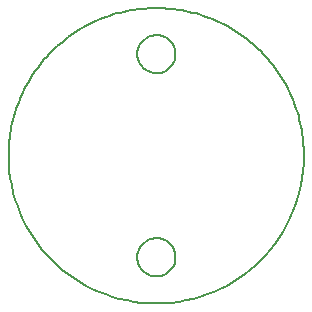
<source format=gbr>
%TF.GenerationSoftware,KiCad,Pcbnew,(5.1.6)-1*%
%TF.CreationDate,2020-09-29T17:07:27-07:00*%
%TF.ProjectId,TSSOP16 Breakout,5453534f-5031-4362-9042-7265616b6f75,rev?*%
%TF.SameCoordinates,Original*%
%TF.FileFunction,Profile,NP*%
%FSLAX46Y46*%
G04 Gerber Fmt 4.6, Leading zero omitted, Abs format (unit mm)*
G04 Created by KiCad (PCBNEW (5.1.6)-1) date 2020-09-29 17:07:27*
%MOMM*%
%LPD*%
G01*
G04 APERTURE LIST*
%TA.AperFunction,Profile*%
%ADD10C,0.200000*%
%TD*%
G04 APERTURE END LIST*
D10*
X151306140Y-109003815D02*
X151456069Y-108871355D01*
X151456069Y-108871355D02*
X151653984Y-108739344D01*
X151653984Y-108739344D02*
X151868153Y-108638124D01*
X151868153Y-108638124D02*
X152094991Y-108569181D01*
X152094991Y-108569181D02*
X152330915Y-108533999D01*
X152330915Y-108533999D02*
X152451165Y-108529532D01*
X151306140Y-111293863D02*
X151173679Y-111143934D01*
X151173679Y-111143934D02*
X151041668Y-110946018D01*
X151041668Y-110946018D02*
X150940448Y-110731850D01*
X150940448Y-110731850D02*
X150871505Y-110505011D01*
X150871505Y-110505011D02*
X150836322Y-110269088D01*
X150836322Y-110269088D02*
X150831855Y-110148839D01*
X150831855Y-110148839D02*
X150844207Y-109949160D01*
X150844207Y-109949160D02*
X150890808Y-109715866D01*
X150890808Y-109715866D02*
X150970675Y-109492853D01*
X150970675Y-109492853D02*
X151082324Y-109283704D01*
X151082324Y-109283704D02*
X151224269Y-109092002D01*
X151224269Y-109092002D02*
X151306140Y-109003815D01*
X152451165Y-108529532D02*
X152697768Y-108548191D01*
X152697768Y-108548191D02*
X152932695Y-108602334D01*
X152932695Y-108602334D02*
X153153199Y-108689215D01*
X153153199Y-108689215D02*
X153356531Y-108806086D01*
X153356531Y-108806086D02*
X153539946Y-108950201D01*
X153539946Y-108950201D02*
X153700696Y-109118811D01*
X153700696Y-109118811D02*
X153836033Y-109309171D01*
X153836033Y-109309171D02*
X153943212Y-109518533D01*
X153943212Y-109518533D02*
X154019485Y-109744150D01*
X154019485Y-109744150D02*
X154062104Y-109983274D01*
X154062104Y-109983274D02*
X154070465Y-110148839D01*
X143612330Y-92710000D02*
X143834524Y-92493249D01*
X143834524Y-92493249D02*
X144061485Y-92282570D01*
X144061485Y-92282570D02*
X144293083Y-92078016D01*
X144293083Y-92078016D02*
X144529191Y-91879641D01*
X144529191Y-91879641D02*
X144769681Y-91687497D01*
X144769681Y-91687497D02*
X145014424Y-91501637D01*
X145014424Y-91501637D02*
X145263292Y-91322114D01*
X145263292Y-91322114D02*
X145516158Y-91148981D01*
X145516158Y-91148981D02*
X145772893Y-90982292D01*
X145772893Y-90982292D02*
X146033370Y-90822100D01*
X146033370Y-90822100D02*
X146297459Y-90668457D01*
X146297459Y-90668457D02*
X146565034Y-90521416D01*
X146565034Y-90521416D02*
X146835965Y-90381031D01*
X146835965Y-90381031D02*
X147110126Y-90247355D01*
X147110126Y-90247355D02*
X147387387Y-90120440D01*
X147387387Y-90120440D02*
X147667622Y-90000341D01*
X147667622Y-90000341D02*
X147950701Y-89887108D01*
X147950701Y-89887108D02*
X148236496Y-89780797D01*
X148236496Y-89780797D02*
X148524880Y-89681460D01*
X148524880Y-89681460D02*
X148815725Y-89589149D01*
X148815725Y-89589149D02*
X149108902Y-89503919D01*
X149108902Y-89503919D02*
X149404284Y-89425821D01*
X149404284Y-89425821D02*
X149701742Y-89354910D01*
X149701742Y-89354910D02*
X150001148Y-89291238D01*
X150001148Y-89291238D02*
X150302374Y-89234858D01*
X150302374Y-89234858D02*
X150605292Y-89185823D01*
X150605292Y-89185823D02*
X150909775Y-89144186D01*
X150909775Y-89144186D02*
X151215693Y-89110001D01*
X151215693Y-89110001D02*
X151522919Y-89083320D01*
X151522919Y-89083320D02*
X151831325Y-89064197D01*
X151831325Y-89064197D02*
X152140783Y-89052684D01*
X152140783Y-89052684D02*
X152451165Y-89048835D01*
X154070465Y-110148839D02*
X154051807Y-110395442D01*
X154051807Y-110395442D02*
X153997664Y-110630370D01*
X153997664Y-110630370D02*
X153910784Y-110850873D01*
X153910784Y-110850873D02*
X153793914Y-111054206D01*
X153793914Y-111054206D02*
X153649800Y-111237622D01*
X153649800Y-111237622D02*
X153481190Y-111398372D01*
X153481190Y-111398372D02*
X153290831Y-111533711D01*
X153290831Y-111533711D02*
X153081470Y-111640890D01*
X153081470Y-111640890D02*
X152855853Y-111717164D01*
X152855853Y-111717164D02*
X152616729Y-111759785D01*
X152616729Y-111759785D02*
X152451165Y-111768146D01*
X152451165Y-91329505D02*
X152697769Y-91348164D01*
X152697769Y-91348164D02*
X152932696Y-91402307D01*
X152932696Y-91402307D02*
X153153199Y-91489188D01*
X153153199Y-91489188D02*
X153356532Y-91606060D01*
X153356532Y-91606060D02*
X153539947Y-91750175D01*
X153539947Y-91750175D02*
X153700697Y-91918786D01*
X153700697Y-91918786D02*
X153836034Y-92109146D01*
X153836034Y-92109146D02*
X153943213Y-92318508D01*
X153943213Y-92318508D02*
X154019485Y-92544125D01*
X154019485Y-92544125D02*
X154062105Y-92783250D01*
X154062105Y-92783250D02*
X154070465Y-92948815D01*
X152451165Y-89048835D02*
X152761546Y-89052684D01*
X152761546Y-89052684D02*
X153071004Y-89064197D01*
X153071004Y-89064197D02*
X153379410Y-89083320D01*
X153379410Y-89083320D02*
X153686636Y-89110001D01*
X153686636Y-89110001D02*
X153992554Y-89144186D01*
X153992554Y-89144186D02*
X154297037Y-89185823D01*
X154297037Y-89185823D02*
X154599955Y-89234858D01*
X154599955Y-89234858D02*
X154901181Y-89291238D01*
X154901181Y-89291238D02*
X155200587Y-89354910D01*
X155200587Y-89354910D02*
X155498045Y-89425821D01*
X155498045Y-89425821D02*
X155793427Y-89503919D01*
X155793427Y-89503919D02*
X156086604Y-89589149D01*
X156086604Y-89589149D02*
X156377449Y-89681460D01*
X156377449Y-89681460D02*
X156665833Y-89780797D01*
X156665833Y-89780797D02*
X156951628Y-89887108D01*
X156951628Y-89887108D02*
X157234707Y-90000341D01*
X157234707Y-90000341D02*
X157514942Y-90120440D01*
X157514942Y-90120440D02*
X157792203Y-90247355D01*
X157792203Y-90247355D02*
X158066364Y-90381031D01*
X158066364Y-90381031D02*
X158337295Y-90521416D01*
X158337295Y-90521416D02*
X158604870Y-90668457D01*
X158604870Y-90668457D02*
X158868959Y-90822100D01*
X158868959Y-90822100D02*
X159129436Y-90982292D01*
X159129436Y-90982292D02*
X159386171Y-91148981D01*
X159386171Y-91148981D02*
X159639037Y-91322114D01*
X159639037Y-91322114D02*
X159887905Y-91501637D01*
X159887905Y-91501637D02*
X160132648Y-91687497D01*
X160132648Y-91687497D02*
X160373138Y-91879641D01*
X160373138Y-91879641D02*
X160609246Y-92078016D01*
X160609246Y-92078016D02*
X160840844Y-92282570D01*
X160840844Y-92282570D02*
X161067805Y-92493249D01*
X161067805Y-92493249D02*
X161290000Y-92710000D01*
X154070465Y-92948815D02*
X154051806Y-93195417D01*
X154051806Y-93195417D02*
X153997662Y-93430344D01*
X153997662Y-93430344D02*
X153910782Y-93650847D01*
X153910782Y-93650847D02*
X153793911Y-93854179D01*
X153793911Y-93854179D02*
X153649798Y-94037593D01*
X153649798Y-94037593D02*
X153481188Y-94198343D01*
X153481188Y-94198343D02*
X153290829Y-94333681D01*
X153290829Y-94333681D02*
X153081468Y-94440860D01*
X153081468Y-94440860D02*
X152855852Y-94517133D01*
X152855852Y-94517133D02*
X152616728Y-94559754D01*
X152616728Y-94559754D02*
X152451165Y-94568115D01*
X150831855Y-92948815D02*
X150844206Y-92749135D01*
X150844206Y-92749135D02*
X150890807Y-92515842D01*
X150890807Y-92515842D02*
X150970674Y-92292828D01*
X150970674Y-92292828D02*
X151082323Y-92083679D01*
X151082323Y-92083679D02*
X151224268Y-91891977D01*
X151224268Y-91891977D02*
X151306139Y-91803789D01*
X152451165Y-114048833D02*
X151807916Y-114032568D01*
X151807916Y-114032568D02*
X151173112Y-113984296D01*
X151173112Y-113984296D02*
X150547538Y-113904804D01*
X150547538Y-113904804D02*
X149931979Y-113794877D01*
X149931979Y-113794877D02*
X149327220Y-113655300D01*
X149327220Y-113655300D02*
X148734047Y-113486857D01*
X148734047Y-113486857D02*
X148153246Y-113290336D01*
X148153246Y-113290336D02*
X147585601Y-113066521D01*
X147585601Y-113066521D02*
X147031898Y-112816197D01*
X147031898Y-112816197D02*
X146492923Y-112540150D01*
X146492923Y-112540150D02*
X145969460Y-112239166D01*
X145969460Y-112239166D02*
X145462296Y-111914029D01*
X145462296Y-111914029D02*
X144972216Y-111565526D01*
X144972216Y-111565526D02*
X144500004Y-111194441D01*
X144500004Y-111194441D02*
X144046447Y-110801560D01*
X144046447Y-110801560D02*
X143612330Y-110387668D01*
X143612330Y-110387668D02*
X143198438Y-109953551D01*
X143198438Y-109953551D02*
X142805557Y-109499994D01*
X142805557Y-109499994D02*
X142434472Y-109027783D01*
X142434472Y-109027783D02*
X142085969Y-108537703D01*
X142085969Y-108537703D02*
X141760832Y-108030538D01*
X141760832Y-108030538D02*
X141459848Y-107507076D01*
X141459848Y-107507076D02*
X141183801Y-106968101D01*
X141183801Y-106968101D02*
X140933477Y-106414398D01*
X140933477Y-106414398D02*
X140709662Y-105846753D01*
X140709662Y-105846753D02*
X140513140Y-105265952D01*
X140513140Y-105265952D02*
X140344698Y-104672779D01*
X140344698Y-104672779D02*
X140205120Y-104068020D01*
X140205120Y-104068020D02*
X140095193Y-103452461D01*
X140095193Y-103452461D02*
X140015701Y-102826887D01*
X140015701Y-102826887D02*
X139967430Y-102192083D01*
X139967430Y-102192083D02*
X139951165Y-101548835D01*
X151306139Y-91803789D02*
X151456068Y-91671328D01*
X151456068Y-91671328D02*
X151653983Y-91539317D01*
X151653983Y-91539317D02*
X151868152Y-91438098D01*
X151868152Y-91438098D02*
X152094991Y-91369154D01*
X152094991Y-91369154D02*
X152330915Y-91333972D01*
X152330915Y-91333972D02*
X152451165Y-91329505D01*
X152451165Y-94568115D02*
X152204560Y-94549457D01*
X152204560Y-94549457D02*
X151969633Y-94495315D01*
X151969633Y-94495315D02*
X151749129Y-94408435D01*
X151749129Y-94408435D02*
X151545795Y-94291565D01*
X151545795Y-94291565D02*
X151362380Y-94147451D01*
X151362380Y-94147451D02*
X151201629Y-93978841D01*
X151201629Y-93978841D02*
X151066290Y-93788482D01*
X151066290Y-93788482D02*
X150959110Y-93579120D01*
X150959110Y-93579120D02*
X150882836Y-93353504D01*
X150882836Y-93353504D02*
X150840216Y-93114379D01*
X150840216Y-93114379D02*
X150831855Y-92948815D01*
X152451165Y-111768146D02*
X152251486Y-111755794D01*
X152251486Y-111755794D02*
X152018192Y-111709193D01*
X152018192Y-111709193D02*
X151795179Y-111629326D01*
X151795179Y-111629326D02*
X151586030Y-111517678D01*
X151586030Y-111517678D02*
X151394328Y-111375733D01*
X151394328Y-111375733D02*
X151306140Y-111293863D01*
X139951165Y-101548835D02*
X139955014Y-101238453D01*
X139955014Y-101238453D02*
X139966527Y-100928995D01*
X139966527Y-100928995D02*
X139985650Y-100620589D01*
X139985650Y-100620589D02*
X140012331Y-100313363D01*
X140012331Y-100313363D02*
X140046516Y-100007445D01*
X140046516Y-100007445D02*
X140088153Y-99702962D01*
X140088153Y-99702962D02*
X140137188Y-99400044D01*
X140137188Y-99400044D02*
X140193568Y-99098818D01*
X140193568Y-99098818D02*
X140257240Y-98799412D01*
X140257240Y-98799412D02*
X140328151Y-98501954D01*
X140328151Y-98501954D02*
X140406249Y-98206572D01*
X140406249Y-98206572D02*
X140491479Y-97913395D01*
X140491479Y-97913395D02*
X140583790Y-97622550D01*
X140583790Y-97622550D02*
X140683127Y-97334166D01*
X140683127Y-97334166D02*
X140789438Y-97048371D01*
X140789438Y-97048371D02*
X140902671Y-96765292D01*
X140902671Y-96765292D02*
X141022770Y-96485057D01*
X141022770Y-96485057D02*
X141149685Y-96207796D01*
X141149685Y-96207796D02*
X141283361Y-95933635D01*
X141283361Y-95933635D02*
X141423746Y-95662704D01*
X141423746Y-95662704D02*
X141570787Y-95395129D01*
X141570787Y-95395129D02*
X141724430Y-95131040D01*
X141724430Y-95131040D02*
X141884622Y-94870563D01*
X141884622Y-94870563D02*
X142051311Y-94613828D01*
X142051311Y-94613828D02*
X142224444Y-94360962D01*
X142224444Y-94360962D02*
X142403967Y-94112094D01*
X142403967Y-94112094D02*
X142589827Y-93867351D01*
X142589827Y-93867351D02*
X142781971Y-93626861D01*
X142781971Y-93626861D02*
X142980346Y-93390753D01*
X142980346Y-93390753D02*
X143184900Y-93159155D01*
X143184900Y-93159155D02*
X143395579Y-92932194D01*
X143395579Y-92932194D02*
X143612330Y-92710000D01*
X164951165Y-101548835D02*
X164934899Y-102192083D01*
X164934899Y-102192083D02*
X164886628Y-102826887D01*
X164886628Y-102826887D02*
X164807136Y-103452461D01*
X164807136Y-103452461D02*
X164697209Y-104068020D01*
X164697209Y-104068020D02*
X164557631Y-104672779D01*
X164557631Y-104672779D02*
X164389189Y-105265952D01*
X164389189Y-105265952D02*
X164192667Y-105846753D01*
X164192667Y-105846753D02*
X163968852Y-106414398D01*
X163968852Y-106414398D02*
X163718528Y-106968101D01*
X163718528Y-106968101D02*
X163442481Y-107507076D01*
X163442481Y-107507076D02*
X163141497Y-108030538D01*
X163141497Y-108030538D02*
X162816360Y-108537703D01*
X162816360Y-108537703D02*
X162467857Y-109027783D01*
X162467857Y-109027783D02*
X162096772Y-109499994D01*
X162096772Y-109499994D02*
X161703891Y-109953551D01*
X161703891Y-109953551D02*
X161289999Y-110387668D01*
X161289999Y-110387668D02*
X160855882Y-110801560D01*
X160855882Y-110801560D02*
X160402325Y-111194441D01*
X160402325Y-111194441D02*
X159930113Y-111565526D01*
X159930113Y-111565526D02*
X159440033Y-111914029D01*
X159440033Y-111914029D02*
X158932869Y-112239166D01*
X158932869Y-112239166D02*
X158409406Y-112540150D01*
X158409406Y-112540150D02*
X157870431Y-112816197D01*
X157870431Y-112816197D02*
X157316728Y-113066521D01*
X157316728Y-113066521D02*
X156749083Y-113290336D01*
X156749083Y-113290336D02*
X156168282Y-113486857D01*
X156168282Y-113486857D02*
X155575109Y-113655300D01*
X155575109Y-113655300D02*
X154970350Y-113794877D01*
X154970350Y-113794877D02*
X154354791Y-113904804D01*
X154354791Y-113904804D02*
X153729217Y-113984296D01*
X153729217Y-113984296D02*
X153094413Y-114032568D01*
X153094413Y-114032568D02*
X152451165Y-114048833D01*
X161290000Y-92710000D02*
X161506750Y-92932194D01*
X161506750Y-92932194D02*
X161717429Y-93159155D01*
X161717429Y-93159155D02*
X161921983Y-93390753D01*
X161921983Y-93390753D02*
X162120358Y-93626861D01*
X162120358Y-93626861D02*
X162312502Y-93867351D01*
X162312502Y-93867351D02*
X162498362Y-94112094D01*
X162498362Y-94112094D02*
X162677885Y-94360962D01*
X162677885Y-94360962D02*
X162851018Y-94613828D01*
X162851018Y-94613828D02*
X163017707Y-94870563D01*
X163017707Y-94870563D02*
X163177899Y-95131040D01*
X163177899Y-95131040D02*
X163331542Y-95395129D01*
X163331542Y-95395129D02*
X163478583Y-95662704D01*
X163478583Y-95662704D02*
X163618968Y-95933635D01*
X163618968Y-95933635D02*
X163752644Y-96207796D01*
X163752644Y-96207796D02*
X163879559Y-96485057D01*
X163879559Y-96485057D02*
X163999659Y-96765292D01*
X163999659Y-96765292D02*
X164112891Y-97048371D01*
X164112891Y-97048371D02*
X164219202Y-97334166D01*
X164219202Y-97334166D02*
X164318539Y-97622550D01*
X164318539Y-97622550D02*
X164410850Y-97913395D01*
X164410850Y-97913395D02*
X164496080Y-98206572D01*
X164496080Y-98206572D02*
X164574178Y-98501954D01*
X164574178Y-98501954D02*
X164645089Y-98799412D01*
X164645089Y-98799412D02*
X164708761Y-99098818D01*
X164708761Y-99098818D02*
X164765141Y-99400044D01*
X164765141Y-99400044D02*
X164814176Y-99702962D01*
X164814176Y-99702962D02*
X164855813Y-100007445D01*
X164855813Y-100007445D02*
X164889998Y-100313363D01*
X164889998Y-100313363D02*
X164916679Y-100620589D01*
X164916679Y-100620589D02*
X164935802Y-100928995D01*
X164935802Y-100928995D02*
X164947315Y-101238453D01*
X164947315Y-101238453D02*
X164951165Y-101548835D01*
M02*

</source>
